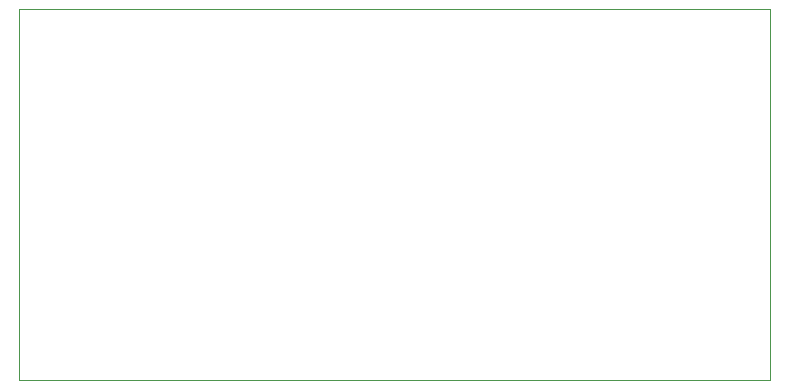
<source format=gbr>
%TF.GenerationSoftware,KiCad,Pcbnew,(5.1.7)-1*%
%TF.CreationDate,2020-11-09T22:40:43+01:00*%
%TF.ProjectId,LED_Chain,4c45445f-4368-4616-996e-2e6b69636164,rev?*%
%TF.SameCoordinates,Original*%
%TF.FileFunction,Profile,NP*%
%FSLAX46Y46*%
G04 Gerber Fmt 4.6, Leading zero omitted, Abs format (unit mm)*
G04 Created by KiCad (PCBNEW (5.1.7)-1) date 2020-11-09 22:40:43*
%MOMM*%
%LPD*%
G01*
G04 APERTURE LIST*
%TA.AperFunction,Profile*%
%ADD10C,0.050000*%
%TD*%
G04 APERTURE END LIST*
D10*
X116550000Y-111370000D02*
X116550000Y-79920000D01*
X180110000Y-111370000D02*
X116550000Y-111370000D01*
X180110000Y-79920000D02*
X180110000Y-111370000D01*
X116550000Y-79920000D02*
X180110000Y-79920000D01*
M02*

</source>
